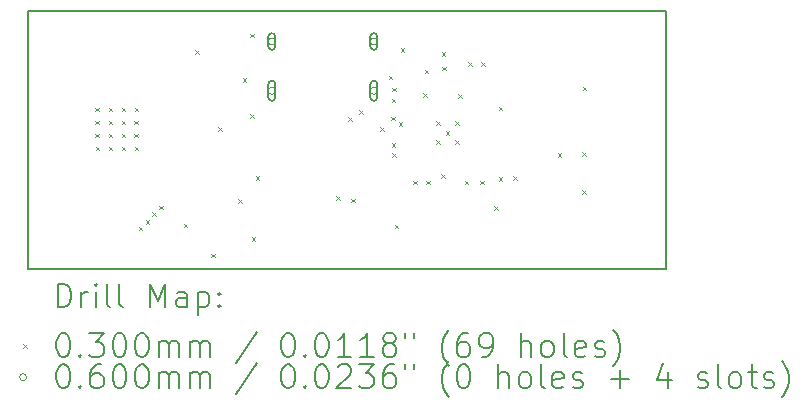
<source format=gbr>
%TF.GenerationSoftware,KiCad,Pcbnew,7.0.6-7.0.6~ubuntu23.04.1*%
%TF.CreationDate,2023-07-23T13:37:16+02:00*%
%TF.ProjectId,CoralWave,436f7261-6c57-4617-9665-2e6b69636164,rev?*%
%TF.SameCoordinates,Original*%
%TF.FileFunction,Drillmap*%
%TF.FilePolarity,Positive*%
%FSLAX45Y45*%
G04 Gerber Fmt 4.5, Leading zero omitted, Abs format (unit mm)*
G04 Created by KiCad (PCBNEW 7.0.6-7.0.6~ubuntu23.04.1) date 2023-07-23 13:37:16*
%MOMM*%
%LPD*%
G01*
G04 APERTURE LIST*
%ADD10C,0.200000*%
%ADD11C,0.030000*%
%ADD12C,0.060000*%
G04 APERTURE END LIST*
D10*
X9830000Y-4811000D02*
X15235000Y-4811000D01*
X15235000Y-6999000D01*
X9830000Y-6999000D01*
X9830000Y-4811000D01*
D11*
X10402000Y-5629000D02*
X10432000Y-5659000D01*
X10432000Y-5629000D02*
X10402000Y-5659000D01*
X10402000Y-5739000D02*
X10432000Y-5769000D01*
X10432000Y-5739000D02*
X10402000Y-5769000D01*
X10402000Y-5849000D02*
X10432000Y-5879000D01*
X10432000Y-5849000D02*
X10402000Y-5879000D01*
X10403000Y-5959000D02*
X10433000Y-5989000D01*
X10433000Y-5959000D02*
X10403000Y-5989000D01*
X10513000Y-5629000D02*
X10543000Y-5659000D01*
X10543000Y-5629000D02*
X10513000Y-5659000D01*
X10513000Y-5739000D02*
X10543000Y-5769000D01*
X10543000Y-5739000D02*
X10513000Y-5769000D01*
X10513000Y-5959000D02*
X10543000Y-5989000D01*
X10543000Y-5959000D02*
X10513000Y-5989000D01*
X10514000Y-5849000D02*
X10544000Y-5879000D01*
X10544000Y-5849000D02*
X10514000Y-5879000D01*
X10623000Y-5629000D02*
X10653000Y-5659000D01*
X10653000Y-5629000D02*
X10623000Y-5659000D01*
X10623000Y-5739000D02*
X10653000Y-5769000D01*
X10653000Y-5739000D02*
X10623000Y-5769000D01*
X10623000Y-5849000D02*
X10653000Y-5879000D01*
X10653000Y-5849000D02*
X10623000Y-5879000D01*
X10623000Y-5959000D02*
X10653000Y-5989000D01*
X10653000Y-5959000D02*
X10623000Y-5989000D01*
X10732000Y-5739000D02*
X10762000Y-5769000D01*
X10762000Y-5739000D02*
X10732000Y-5769000D01*
X10732000Y-5849000D02*
X10762000Y-5879000D01*
X10762000Y-5849000D02*
X10732000Y-5879000D01*
X10733000Y-5629000D02*
X10763000Y-5659000D01*
X10763000Y-5629000D02*
X10733000Y-5659000D01*
X10733000Y-5959000D02*
X10763000Y-5989000D01*
X10763000Y-5959000D02*
X10733000Y-5989000D01*
X10768000Y-6637600D02*
X10798000Y-6667600D01*
X10798000Y-6637600D02*
X10768000Y-6667600D01*
X10828000Y-6581300D02*
X10858000Y-6611300D01*
X10858000Y-6581300D02*
X10828000Y-6611300D01*
X10884300Y-6516600D02*
X10914300Y-6546600D01*
X10914300Y-6516600D02*
X10884300Y-6546600D01*
X10942000Y-6460300D02*
X10972000Y-6490300D01*
X10972000Y-6460300D02*
X10942000Y-6490300D01*
X11148000Y-6614000D02*
X11178000Y-6644000D01*
X11178000Y-6614000D02*
X11148000Y-6644000D01*
X11248000Y-5145000D02*
X11278000Y-5175000D01*
X11278000Y-5145000D02*
X11248000Y-5175000D01*
X11381000Y-6865000D02*
X11411000Y-6895000D01*
X11411000Y-6865000D02*
X11381000Y-6895000D01*
X11442000Y-5793900D02*
X11472000Y-5823900D01*
X11472000Y-5793900D02*
X11442000Y-5823900D01*
X11609000Y-6405000D02*
X11639000Y-6435000D01*
X11639000Y-6405000D02*
X11609000Y-6435000D01*
X11647000Y-5382000D02*
X11677000Y-5412000D01*
X11677000Y-5382000D02*
X11647000Y-5412000D01*
X11713000Y-5686000D02*
X11743000Y-5716000D01*
X11743000Y-5686000D02*
X11713000Y-5716000D01*
X11714000Y-5006000D02*
X11744000Y-5036000D01*
X11744000Y-5006000D02*
X11714000Y-5036000D01*
X11725000Y-6728000D02*
X11755000Y-6758000D01*
X11755000Y-6728000D02*
X11725000Y-6758000D01*
X11760000Y-6212000D02*
X11790000Y-6242000D01*
X11790000Y-6212000D02*
X11760000Y-6242000D01*
X12441000Y-6379000D02*
X12471000Y-6409000D01*
X12471000Y-6379000D02*
X12441000Y-6409000D01*
X12541857Y-5710544D02*
X12571857Y-5740544D01*
X12571857Y-5710544D02*
X12541857Y-5740544D01*
X12566000Y-6400000D02*
X12596000Y-6430000D01*
X12596000Y-6400000D02*
X12566000Y-6430000D01*
X12634200Y-5651000D02*
X12664200Y-5681000D01*
X12664200Y-5651000D02*
X12634200Y-5681000D01*
X12811000Y-5795960D02*
X12841000Y-5825960D01*
X12841000Y-5795960D02*
X12811000Y-5825960D01*
X12884000Y-5358000D02*
X12914000Y-5388000D01*
X12914000Y-5358000D02*
X12884000Y-5388000D01*
X12904856Y-5707420D02*
X12934856Y-5737420D01*
X12934856Y-5707420D02*
X12904856Y-5737420D01*
X12912000Y-5930000D02*
X12942000Y-5960000D01*
X12942000Y-5930000D02*
X12912000Y-5960000D01*
X12912310Y-5554310D02*
X12942310Y-5584310D01*
X12942310Y-5554310D02*
X12912310Y-5584310D01*
X12913000Y-5463000D02*
X12943000Y-5493000D01*
X12943000Y-5463000D02*
X12913000Y-5493000D01*
X12913000Y-6018000D02*
X12943000Y-6048000D01*
X12943000Y-6018000D02*
X12913000Y-6048000D01*
X12937000Y-6623000D02*
X12967000Y-6653000D01*
X12967000Y-6623000D02*
X12937000Y-6653000D01*
X12970000Y-5754000D02*
X13000000Y-5784000D01*
X13000000Y-5754000D02*
X12970000Y-5784000D01*
X12987000Y-5127000D02*
X13017000Y-5157000D01*
X13017000Y-5127000D02*
X12987000Y-5157000D01*
X13091350Y-6250000D02*
X13121350Y-6280000D01*
X13121350Y-6250000D02*
X13091350Y-6280000D01*
X13177000Y-5507000D02*
X13207000Y-5537000D01*
X13207000Y-5507000D02*
X13177000Y-5537000D01*
X13189500Y-5307500D02*
X13219500Y-5337500D01*
X13219500Y-5307500D02*
X13189500Y-5337500D01*
X13204000Y-6250000D02*
X13234000Y-6280000D01*
X13234000Y-6250000D02*
X13204000Y-6280000D01*
X13288000Y-5746000D02*
X13318000Y-5776000D01*
X13318000Y-5746000D02*
X13288000Y-5776000D01*
X13288000Y-5908000D02*
X13318000Y-5938000D01*
X13318000Y-5908000D02*
X13288000Y-5938000D01*
X13328764Y-6193700D02*
X13358764Y-6223700D01*
X13358764Y-6193700D02*
X13328764Y-6223700D01*
X13334000Y-5163000D02*
X13364000Y-5193000D01*
X13364000Y-5163000D02*
X13334000Y-5193000D01*
X13338000Y-5284000D02*
X13368000Y-5314000D01*
X13368000Y-5284000D02*
X13338000Y-5314000D01*
X13368000Y-5828000D02*
X13398000Y-5858000D01*
X13398000Y-5828000D02*
X13368000Y-5858000D01*
X13449000Y-5747000D02*
X13479000Y-5777000D01*
X13479000Y-5747000D02*
X13449000Y-5777000D01*
X13449000Y-5908000D02*
X13479000Y-5938000D01*
X13479000Y-5908000D02*
X13449000Y-5938000D01*
X13473210Y-5516000D02*
X13503210Y-5546000D01*
X13503210Y-5516000D02*
X13473210Y-5546000D01*
X13528700Y-6250000D02*
X13558700Y-6280000D01*
X13558700Y-6250000D02*
X13528700Y-6280000D01*
X13558000Y-5247000D02*
X13588000Y-5277000D01*
X13588000Y-5247000D02*
X13558000Y-5277000D01*
X13658000Y-6250000D02*
X13688000Y-6280000D01*
X13688000Y-6250000D02*
X13658000Y-6280000D01*
X13668000Y-5247000D02*
X13698000Y-5277000D01*
X13698000Y-5247000D02*
X13668000Y-5277000D01*
X13776000Y-6463000D02*
X13806000Y-6493000D01*
X13806000Y-6463000D02*
X13776000Y-6493000D01*
X13815000Y-6221000D02*
X13845000Y-6251000D01*
X13845000Y-6221000D02*
X13815000Y-6251000D01*
X13818000Y-5621000D02*
X13848000Y-5651000D01*
X13848000Y-5621000D02*
X13818000Y-5651000D01*
X13938000Y-6211000D02*
X13968000Y-6241000D01*
X13968000Y-6211000D02*
X13938000Y-6241000D01*
X14314000Y-6017000D02*
X14344000Y-6047000D01*
X14344000Y-6017000D02*
X14314000Y-6047000D01*
X14524000Y-6007000D02*
X14554000Y-6037000D01*
X14554000Y-6007000D02*
X14524000Y-6037000D01*
X14524000Y-6328000D02*
X14554000Y-6358000D01*
X14554000Y-6328000D02*
X14524000Y-6358000D01*
X14526000Y-5452000D02*
X14556000Y-5482000D01*
X14556000Y-5452000D02*
X14526000Y-5482000D01*
D12*
X11925000Y-5070000D02*
G75*
G03*
X11925000Y-5070000I-30000J0D01*
G01*
D10*
X11925000Y-5110000D02*
X11925000Y-5030000D01*
X11925000Y-5030000D02*
G75*
G03*
X11865000Y-5030000I-30000J0D01*
G01*
X11865000Y-5030000D02*
X11865000Y-5110000D01*
X11865000Y-5110000D02*
G75*
G03*
X11925000Y-5110000I30000J0D01*
G01*
D12*
X11925000Y-5488000D02*
G75*
G03*
X11925000Y-5488000I-30000J0D01*
G01*
D10*
X11925000Y-5543000D02*
X11925000Y-5433000D01*
X11925000Y-5433000D02*
G75*
G03*
X11865000Y-5433000I-30000J0D01*
G01*
X11865000Y-5433000D02*
X11865000Y-5543000D01*
X11865000Y-5543000D02*
G75*
G03*
X11925000Y-5543000I30000J0D01*
G01*
D12*
X12789000Y-5070000D02*
G75*
G03*
X12789000Y-5070000I-30000J0D01*
G01*
D10*
X12789000Y-5110000D02*
X12789000Y-5030000D01*
X12789000Y-5030000D02*
G75*
G03*
X12729000Y-5030000I-30000J0D01*
G01*
X12729000Y-5030000D02*
X12729000Y-5110000D01*
X12729000Y-5110000D02*
G75*
G03*
X12789000Y-5110000I30000J0D01*
G01*
D12*
X12789000Y-5488000D02*
G75*
G03*
X12789000Y-5488000I-30000J0D01*
G01*
D10*
X12789000Y-5543000D02*
X12789000Y-5433000D01*
X12789000Y-5433000D02*
G75*
G03*
X12729000Y-5433000I-30000J0D01*
G01*
X12729000Y-5433000D02*
X12729000Y-5543000D01*
X12729000Y-5543000D02*
G75*
G03*
X12789000Y-5543000I30000J0D01*
G01*
X10080777Y-7320484D02*
X10080777Y-7120484D01*
X10080777Y-7120484D02*
X10128396Y-7120484D01*
X10128396Y-7120484D02*
X10156967Y-7130008D01*
X10156967Y-7130008D02*
X10176015Y-7149055D01*
X10176015Y-7149055D02*
X10185539Y-7168103D01*
X10185539Y-7168103D02*
X10195063Y-7206198D01*
X10195063Y-7206198D02*
X10195063Y-7234769D01*
X10195063Y-7234769D02*
X10185539Y-7272865D01*
X10185539Y-7272865D02*
X10176015Y-7291912D01*
X10176015Y-7291912D02*
X10156967Y-7310960D01*
X10156967Y-7310960D02*
X10128396Y-7320484D01*
X10128396Y-7320484D02*
X10080777Y-7320484D01*
X10280777Y-7320484D02*
X10280777Y-7187150D01*
X10280777Y-7225246D02*
X10290301Y-7206198D01*
X10290301Y-7206198D02*
X10299824Y-7196674D01*
X10299824Y-7196674D02*
X10318872Y-7187150D01*
X10318872Y-7187150D02*
X10337920Y-7187150D01*
X10404586Y-7320484D02*
X10404586Y-7187150D01*
X10404586Y-7120484D02*
X10395063Y-7130008D01*
X10395063Y-7130008D02*
X10404586Y-7139531D01*
X10404586Y-7139531D02*
X10414110Y-7130008D01*
X10414110Y-7130008D02*
X10404586Y-7120484D01*
X10404586Y-7120484D02*
X10404586Y-7139531D01*
X10528396Y-7320484D02*
X10509348Y-7310960D01*
X10509348Y-7310960D02*
X10499824Y-7291912D01*
X10499824Y-7291912D02*
X10499824Y-7120484D01*
X10633158Y-7320484D02*
X10614110Y-7310960D01*
X10614110Y-7310960D02*
X10604586Y-7291912D01*
X10604586Y-7291912D02*
X10604586Y-7120484D01*
X10861729Y-7320484D02*
X10861729Y-7120484D01*
X10861729Y-7120484D02*
X10928396Y-7263341D01*
X10928396Y-7263341D02*
X10995063Y-7120484D01*
X10995063Y-7120484D02*
X10995063Y-7320484D01*
X11176015Y-7320484D02*
X11176015Y-7215722D01*
X11176015Y-7215722D02*
X11166491Y-7196674D01*
X11166491Y-7196674D02*
X11147444Y-7187150D01*
X11147444Y-7187150D02*
X11109348Y-7187150D01*
X11109348Y-7187150D02*
X11090301Y-7196674D01*
X11176015Y-7310960D02*
X11156967Y-7320484D01*
X11156967Y-7320484D02*
X11109348Y-7320484D01*
X11109348Y-7320484D02*
X11090301Y-7310960D01*
X11090301Y-7310960D02*
X11080777Y-7291912D01*
X11080777Y-7291912D02*
X11080777Y-7272865D01*
X11080777Y-7272865D02*
X11090301Y-7253817D01*
X11090301Y-7253817D02*
X11109348Y-7244293D01*
X11109348Y-7244293D02*
X11156967Y-7244293D01*
X11156967Y-7244293D02*
X11176015Y-7234769D01*
X11271253Y-7187150D02*
X11271253Y-7387150D01*
X11271253Y-7196674D02*
X11290301Y-7187150D01*
X11290301Y-7187150D02*
X11328396Y-7187150D01*
X11328396Y-7187150D02*
X11347443Y-7196674D01*
X11347443Y-7196674D02*
X11356967Y-7206198D01*
X11356967Y-7206198D02*
X11366491Y-7225246D01*
X11366491Y-7225246D02*
X11366491Y-7282388D01*
X11366491Y-7282388D02*
X11356967Y-7301436D01*
X11356967Y-7301436D02*
X11347443Y-7310960D01*
X11347443Y-7310960D02*
X11328396Y-7320484D01*
X11328396Y-7320484D02*
X11290301Y-7320484D01*
X11290301Y-7320484D02*
X11271253Y-7310960D01*
X11452205Y-7301436D02*
X11461729Y-7310960D01*
X11461729Y-7310960D02*
X11452205Y-7320484D01*
X11452205Y-7320484D02*
X11442682Y-7310960D01*
X11442682Y-7310960D02*
X11452205Y-7301436D01*
X11452205Y-7301436D02*
X11452205Y-7320484D01*
X11452205Y-7196674D02*
X11461729Y-7206198D01*
X11461729Y-7206198D02*
X11452205Y-7215722D01*
X11452205Y-7215722D02*
X11442682Y-7206198D01*
X11442682Y-7206198D02*
X11452205Y-7196674D01*
X11452205Y-7196674D02*
X11452205Y-7215722D01*
D11*
X9790000Y-7634000D02*
X9820000Y-7664000D01*
X9820000Y-7634000D02*
X9790000Y-7664000D01*
D10*
X10118872Y-7540484D02*
X10137920Y-7540484D01*
X10137920Y-7540484D02*
X10156967Y-7550008D01*
X10156967Y-7550008D02*
X10166491Y-7559531D01*
X10166491Y-7559531D02*
X10176015Y-7578579D01*
X10176015Y-7578579D02*
X10185539Y-7616674D01*
X10185539Y-7616674D02*
X10185539Y-7664293D01*
X10185539Y-7664293D02*
X10176015Y-7702388D01*
X10176015Y-7702388D02*
X10166491Y-7721436D01*
X10166491Y-7721436D02*
X10156967Y-7730960D01*
X10156967Y-7730960D02*
X10137920Y-7740484D01*
X10137920Y-7740484D02*
X10118872Y-7740484D01*
X10118872Y-7740484D02*
X10099824Y-7730960D01*
X10099824Y-7730960D02*
X10090301Y-7721436D01*
X10090301Y-7721436D02*
X10080777Y-7702388D01*
X10080777Y-7702388D02*
X10071253Y-7664293D01*
X10071253Y-7664293D02*
X10071253Y-7616674D01*
X10071253Y-7616674D02*
X10080777Y-7578579D01*
X10080777Y-7578579D02*
X10090301Y-7559531D01*
X10090301Y-7559531D02*
X10099824Y-7550008D01*
X10099824Y-7550008D02*
X10118872Y-7540484D01*
X10271253Y-7721436D02*
X10280777Y-7730960D01*
X10280777Y-7730960D02*
X10271253Y-7740484D01*
X10271253Y-7740484D02*
X10261729Y-7730960D01*
X10261729Y-7730960D02*
X10271253Y-7721436D01*
X10271253Y-7721436D02*
X10271253Y-7740484D01*
X10347444Y-7540484D02*
X10471253Y-7540484D01*
X10471253Y-7540484D02*
X10404586Y-7616674D01*
X10404586Y-7616674D02*
X10433158Y-7616674D01*
X10433158Y-7616674D02*
X10452205Y-7626198D01*
X10452205Y-7626198D02*
X10461729Y-7635722D01*
X10461729Y-7635722D02*
X10471253Y-7654769D01*
X10471253Y-7654769D02*
X10471253Y-7702388D01*
X10471253Y-7702388D02*
X10461729Y-7721436D01*
X10461729Y-7721436D02*
X10452205Y-7730960D01*
X10452205Y-7730960D02*
X10433158Y-7740484D01*
X10433158Y-7740484D02*
X10376015Y-7740484D01*
X10376015Y-7740484D02*
X10356967Y-7730960D01*
X10356967Y-7730960D02*
X10347444Y-7721436D01*
X10595063Y-7540484D02*
X10614110Y-7540484D01*
X10614110Y-7540484D02*
X10633158Y-7550008D01*
X10633158Y-7550008D02*
X10642682Y-7559531D01*
X10642682Y-7559531D02*
X10652205Y-7578579D01*
X10652205Y-7578579D02*
X10661729Y-7616674D01*
X10661729Y-7616674D02*
X10661729Y-7664293D01*
X10661729Y-7664293D02*
X10652205Y-7702388D01*
X10652205Y-7702388D02*
X10642682Y-7721436D01*
X10642682Y-7721436D02*
X10633158Y-7730960D01*
X10633158Y-7730960D02*
X10614110Y-7740484D01*
X10614110Y-7740484D02*
X10595063Y-7740484D01*
X10595063Y-7740484D02*
X10576015Y-7730960D01*
X10576015Y-7730960D02*
X10566491Y-7721436D01*
X10566491Y-7721436D02*
X10556967Y-7702388D01*
X10556967Y-7702388D02*
X10547444Y-7664293D01*
X10547444Y-7664293D02*
X10547444Y-7616674D01*
X10547444Y-7616674D02*
X10556967Y-7578579D01*
X10556967Y-7578579D02*
X10566491Y-7559531D01*
X10566491Y-7559531D02*
X10576015Y-7550008D01*
X10576015Y-7550008D02*
X10595063Y-7540484D01*
X10785539Y-7540484D02*
X10804586Y-7540484D01*
X10804586Y-7540484D02*
X10823634Y-7550008D01*
X10823634Y-7550008D02*
X10833158Y-7559531D01*
X10833158Y-7559531D02*
X10842682Y-7578579D01*
X10842682Y-7578579D02*
X10852205Y-7616674D01*
X10852205Y-7616674D02*
X10852205Y-7664293D01*
X10852205Y-7664293D02*
X10842682Y-7702388D01*
X10842682Y-7702388D02*
X10833158Y-7721436D01*
X10833158Y-7721436D02*
X10823634Y-7730960D01*
X10823634Y-7730960D02*
X10804586Y-7740484D01*
X10804586Y-7740484D02*
X10785539Y-7740484D01*
X10785539Y-7740484D02*
X10766491Y-7730960D01*
X10766491Y-7730960D02*
X10756967Y-7721436D01*
X10756967Y-7721436D02*
X10747444Y-7702388D01*
X10747444Y-7702388D02*
X10737920Y-7664293D01*
X10737920Y-7664293D02*
X10737920Y-7616674D01*
X10737920Y-7616674D02*
X10747444Y-7578579D01*
X10747444Y-7578579D02*
X10756967Y-7559531D01*
X10756967Y-7559531D02*
X10766491Y-7550008D01*
X10766491Y-7550008D02*
X10785539Y-7540484D01*
X10937920Y-7740484D02*
X10937920Y-7607150D01*
X10937920Y-7626198D02*
X10947444Y-7616674D01*
X10947444Y-7616674D02*
X10966491Y-7607150D01*
X10966491Y-7607150D02*
X10995063Y-7607150D01*
X10995063Y-7607150D02*
X11014110Y-7616674D01*
X11014110Y-7616674D02*
X11023634Y-7635722D01*
X11023634Y-7635722D02*
X11023634Y-7740484D01*
X11023634Y-7635722D02*
X11033158Y-7616674D01*
X11033158Y-7616674D02*
X11052205Y-7607150D01*
X11052205Y-7607150D02*
X11080777Y-7607150D01*
X11080777Y-7607150D02*
X11099825Y-7616674D01*
X11099825Y-7616674D02*
X11109348Y-7635722D01*
X11109348Y-7635722D02*
X11109348Y-7740484D01*
X11204586Y-7740484D02*
X11204586Y-7607150D01*
X11204586Y-7626198D02*
X11214110Y-7616674D01*
X11214110Y-7616674D02*
X11233158Y-7607150D01*
X11233158Y-7607150D02*
X11261729Y-7607150D01*
X11261729Y-7607150D02*
X11280777Y-7616674D01*
X11280777Y-7616674D02*
X11290301Y-7635722D01*
X11290301Y-7635722D02*
X11290301Y-7740484D01*
X11290301Y-7635722D02*
X11299824Y-7616674D01*
X11299824Y-7616674D02*
X11318872Y-7607150D01*
X11318872Y-7607150D02*
X11347443Y-7607150D01*
X11347443Y-7607150D02*
X11366491Y-7616674D01*
X11366491Y-7616674D02*
X11376015Y-7635722D01*
X11376015Y-7635722D02*
X11376015Y-7740484D01*
X11766491Y-7530960D02*
X11595063Y-7788103D01*
X12023634Y-7540484D02*
X12042682Y-7540484D01*
X12042682Y-7540484D02*
X12061729Y-7550008D01*
X12061729Y-7550008D02*
X12071253Y-7559531D01*
X12071253Y-7559531D02*
X12080777Y-7578579D01*
X12080777Y-7578579D02*
X12090301Y-7616674D01*
X12090301Y-7616674D02*
X12090301Y-7664293D01*
X12090301Y-7664293D02*
X12080777Y-7702388D01*
X12080777Y-7702388D02*
X12071253Y-7721436D01*
X12071253Y-7721436D02*
X12061729Y-7730960D01*
X12061729Y-7730960D02*
X12042682Y-7740484D01*
X12042682Y-7740484D02*
X12023634Y-7740484D01*
X12023634Y-7740484D02*
X12004586Y-7730960D01*
X12004586Y-7730960D02*
X11995063Y-7721436D01*
X11995063Y-7721436D02*
X11985539Y-7702388D01*
X11985539Y-7702388D02*
X11976015Y-7664293D01*
X11976015Y-7664293D02*
X11976015Y-7616674D01*
X11976015Y-7616674D02*
X11985539Y-7578579D01*
X11985539Y-7578579D02*
X11995063Y-7559531D01*
X11995063Y-7559531D02*
X12004586Y-7550008D01*
X12004586Y-7550008D02*
X12023634Y-7540484D01*
X12176015Y-7721436D02*
X12185539Y-7730960D01*
X12185539Y-7730960D02*
X12176015Y-7740484D01*
X12176015Y-7740484D02*
X12166491Y-7730960D01*
X12166491Y-7730960D02*
X12176015Y-7721436D01*
X12176015Y-7721436D02*
X12176015Y-7740484D01*
X12309348Y-7540484D02*
X12328396Y-7540484D01*
X12328396Y-7540484D02*
X12347444Y-7550008D01*
X12347444Y-7550008D02*
X12356967Y-7559531D01*
X12356967Y-7559531D02*
X12366491Y-7578579D01*
X12366491Y-7578579D02*
X12376015Y-7616674D01*
X12376015Y-7616674D02*
X12376015Y-7664293D01*
X12376015Y-7664293D02*
X12366491Y-7702388D01*
X12366491Y-7702388D02*
X12356967Y-7721436D01*
X12356967Y-7721436D02*
X12347444Y-7730960D01*
X12347444Y-7730960D02*
X12328396Y-7740484D01*
X12328396Y-7740484D02*
X12309348Y-7740484D01*
X12309348Y-7740484D02*
X12290301Y-7730960D01*
X12290301Y-7730960D02*
X12280777Y-7721436D01*
X12280777Y-7721436D02*
X12271253Y-7702388D01*
X12271253Y-7702388D02*
X12261729Y-7664293D01*
X12261729Y-7664293D02*
X12261729Y-7616674D01*
X12261729Y-7616674D02*
X12271253Y-7578579D01*
X12271253Y-7578579D02*
X12280777Y-7559531D01*
X12280777Y-7559531D02*
X12290301Y-7550008D01*
X12290301Y-7550008D02*
X12309348Y-7540484D01*
X12566491Y-7740484D02*
X12452206Y-7740484D01*
X12509348Y-7740484D02*
X12509348Y-7540484D01*
X12509348Y-7540484D02*
X12490301Y-7569055D01*
X12490301Y-7569055D02*
X12471253Y-7588103D01*
X12471253Y-7588103D02*
X12452206Y-7597627D01*
X12756967Y-7740484D02*
X12642682Y-7740484D01*
X12699825Y-7740484D02*
X12699825Y-7540484D01*
X12699825Y-7540484D02*
X12680777Y-7569055D01*
X12680777Y-7569055D02*
X12661729Y-7588103D01*
X12661729Y-7588103D02*
X12642682Y-7597627D01*
X12871253Y-7626198D02*
X12852206Y-7616674D01*
X12852206Y-7616674D02*
X12842682Y-7607150D01*
X12842682Y-7607150D02*
X12833158Y-7588103D01*
X12833158Y-7588103D02*
X12833158Y-7578579D01*
X12833158Y-7578579D02*
X12842682Y-7559531D01*
X12842682Y-7559531D02*
X12852206Y-7550008D01*
X12852206Y-7550008D02*
X12871253Y-7540484D01*
X12871253Y-7540484D02*
X12909348Y-7540484D01*
X12909348Y-7540484D02*
X12928396Y-7550008D01*
X12928396Y-7550008D02*
X12937920Y-7559531D01*
X12937920Y-7559531D02*
X12947444Y-7578579D01*
X12947444Y-7578579D02*
X12947444Y-7588103D01*
X12947444Y-7588103D02*
X12937920Y-7607150D01*
X12937920Y-7607150D02*
X12928396Y-7616674D01*
X12928396Y-7616674D02*
X12909348Y-7626198D01*
X12909348Y-7626198D02*
X12871253Y-7626198D01*
X12871253Y-7626198D02*
X12852206Y-7635722D01*
X12852206Y-7635722D02*
X12842682Y-7645246D01*
X12842682Y-7645246D02*
X12833158Y-7664293D01*
X12833158Y-7664293D02*
X12833158Y-7702388D01*
X12833158Y-7702388D02*
X12842682Y-7721436D01*
X12842682Y-7721436D02*
X12852206Y-7730960D01*
X12852206Y-7730960D02*
X12871253Y-7740484D01*
X12871253Y-7740484D02*
X12909348Y-7740484D01*
X12909348Y-7740484D02*
X12928396Y-7730960D01*
X12928396Y-7730960D02*
X12937920Y-7721436D01*
X12937920Y-7721436D02*
X12947444Y-7702388D01*
X12947444Y-7702388D02*
X12947444Y-7664293D01*
X12947444Y-7664293D02*
X12937920Y-7645246D01*
X12937920Y-7645246D02*
X12928396Y-7635722D01*
X12928396Y-7635722D02*
X12909348Y-7626198D01*
X13023634Y-7540484D02*
X13023634Y-7578579D01*
X13099825Y-7540484D02*
X13099825Y-7578579D01*
X13395063Y-7816674D02*
X13385539Y-7807150D01*
X13385539Y-7807150D02*
X13366491Y-7778579D01*
X13366491Y-7778579D02*
X13356968Y-7759531D01*
X13356968Y-7759531D02*
X13347444Y-7730960D01*
X13347444Y-7730960D02*
X13337920Y-7683341D01*
X13337920Y-7683341D02*
X13337920Y-7645246D01*
X13337920Y-7645246D02*
X13347444Y-7597627D01*
X13347444Y-7597627D02*
X13356968Y-7569055D01*
X13356968Y-7569055D02*
X13366491Y-7550008D01*
X13366491Y-7550008D02*
X13385539Y-7521436D01*
X13385539Y-7521436D02*
X13395063Y-7511912D01*
X13556968Y-7540484D02*
X13518872Y-7540484D01*
X13518872Y-7540484D02*
X13499825Y-7550008D01*
X13499825Y-7550008D02*
X13490301Y-7559531D01*
X13490301Y-7559531D02*
X13471253Y-7588103D01*
X13471253Y-7588103D02*
X13461729Y-7626198D01*
X13461729Y-7626198D02*
X13461729Y-7702388D01*
X13461729Y-7702388D02*
X13471253Y-7721436D01*
X13471253Y-7721436D02*
X13480777Y-7730960D01*
X13480777Y-7730960D02*
X13499825Y-7740484D01*
X13499825Y-7740484D02*
X13537920Y-7740484D01*
X13537920Y-7740484D02*
X13556968Y-7730960D01*
X13556968Y-7730960D02*
X13566491Y-7721436D01*
X13566491Y-7721436D02*
X13576015Y-7702388D01*
X13576015Y-7702388D02*
X13576015Y-7654769D01*
X13576015Y-7654769D02*
X13566491Y-7635722D01*
X13566491Y-7635722D02*
X13556968Y-7626198D01*
X13556968Y-7626198D02*
X13537920Y-7616674D01*
X13537920Y-7616674D02*
X13499825Y-7616674D01*
X13499825Y-7616674D02*
X13480777Y-7626198D01*
X13480777Y-7626198D02*
X13471253Y-7635722D01*
X13471253Y-7635722D02*
X13461729Y-7654769D01*
X13671253Y-7740484D02*
X13709348Y-7740484D01*
X13709348Y-7740484D02*
X13728396Y-7730960D01*
X13728396Y-7730960D02*
X13737920Y-7721436D01*
X13737920Y-7721436D02*
X13756968Y-7692865D01*
X13756968Y-7692865D02*
X13766491Y-7654769D01*
X13766491Y-7654769D02*
X13766491Y-7578579D01*
X13766491Y-7578579D02*
X13756968Y-7559531D01*
X13756968Y-7559531D02*
X13747444Y-7550008D01*
X13747444Y-7550008D02*
X13728396Y-7540484D01*
X13728396Y-7540484D02*
X13690301Y-7540484D01*
X13690301Y-7540484D02*
X13671253Y-7550008D01*
X13671253Y-7550008D02*
X13661729Y-7559531D01*
X13661729Y-7559531D02*
X13652206Y-7578579D01*
X13652206Y-7578579D02*
X13652206Y-7626198D01*
X13652206Y-7626198D02*
X13661729Y-7645246D01*
X13661729Y-7645246D02*
X13671253Y-7654769D01*
X13671253Y-7654769D02*
X13690301Y-7664293D01*
X13690301Y-7664293D02*
X13728396Y-7664293D01*
X13728396Y-7664293D02*
X13747444Y-7654769D01*
X13747444Y-7654769D02*
X13756968Y-7645246D01*
X13756968Y-7645246D02*
X13766491Y-7626198D01*
X14004587Y-7740484D02*
X14004587Y-7540484D01*
X14090301Y-7740484D02*
X14090301Y-7635722D01*
X14090301Y-7635722D02*
X14080777Y-7616674D01*
X14080777Y-7616674D02*
X14061730Y-7607150D01*
X14061730Y-7607150D02*
X14033158Y-7607150D01*
X14033158Y-7607150D02*
X14014110Y-7616674D01*
X14014110Y-7616674D02*
X14004587Y-7626198D01*
X14214110Y-7740484D02*
X14195063Y-7730960D01*
X14195063Y-7730960D02*
X14185539Y-7721436D01*
X14185539Y-7721436D02*
X14176015Y-7702388D01*
X14176015Y-7702388D02*
X14176015Y-7645246D01*
X14176015Y-7645246D02*
X14185539Y-7626198D01*
X14185539Y-7626198D02*
X14195063Y-7616674D01*
X14195063Y-7616674D02*
X14214110Y-7607150D01*
X14214110Y-7607150D02*
X14242682Y-7607150D01*
X14242682Y-7607150D02*
X14261730Y-7616674D01*
X14261730Y-7616674D02*
X14271253Y-7626198D01*
X14271253Y-7626198D02*
X14280777Y-7645246D01*
X14280777Y-7645246D02*
X14280777Y-7702388D01*
X14280777Y-7702388D02*
X14271253Y-7721436D01*
X14271253Y-7721436D02*
X14261730Y-7730960D01*
X14261730Y-7730960D02*
X14242682Y-7740484D01*
X14242682Y-7740484D02*
X14214110Y-7740484D01*
X14395063Y-7740484D02*
X14376015Y-7730960D01*
X14376015Y-7730960D02*
X14366491Y-7711912D01*
X14366491Y-7711912D02*
X14366491Y-7540484D01*
X14547444Y-7730960D02*
X14528396Y-7740484D01*
X14528396Y-7740484D02*
X14490301Y-7740484D01*
X14490301Y-7740484D02*
X14471253Y-7730960D01*
X14471253Y-7730960D02*
X14461730Y-7711912D01*
X14461730Y-7711912D02*
X14461730Y-7635722D01*
X14461730Y-7635722D02*
X14471253Y-7616674D01*
X14471253Y-7616674D02*
X14490301Y-7607150D01*
X14490301Y-7607150D02*
X14528396Y-7607150D01*
X14528396Y-7607150D02*
X14547444Y-7616674D01*
X14547444Y-7616674D02*
X14556968Y-7635722D01*
X14556968Y-7635722D02*
X14556968Y-7654769D01*
X14556968Y-7654769D02*
X14461730Y-7673817D01*
X14633158Y-7730960D02*
X14652206Y-7740484D01*
X14652206Y-7740484D02*
X14690301Y-7740484D01*
X14690301Y-7740484D02*
X14709349Y-7730960D01*
X14709349Y-7730960D02*
X14718872Y-7711912D01*
X14718872Y-7711912D02*
X14718872Y-7702388D01*
X14718872Y-7702388D02*
X14709349Y-7683341D01*
X14709349Y-7683341D02*
X14690301Y-7673817D01*
X14690301Y-7673817D02*
X14661730Y-7673817D01*
X14661730Y-7673817D02*
X14642682Y-7664293D01*
X14642682Y-7664293D02*
X14633158Y-7645246D01*
X14633158Y-7645246D02*
X14633158Y-7635722D01*
X14633158Y-7635722D02*
X14642682Y-7616674D01*
X14642682Y-7616674D02*
X14661730Y-7607150D01*
X14661730Y-7607150D02*
X14690301Y-7607150D01*
X14690301Y-7607150D02*
X14709349Y-7616674D01*
X14785539Y-7816674D02*
X14795063Y-7807150D01*
X14795063Y-7807150D02*
X14814111Y-7778579D01*
X14814111Y-7778579D02*
X14823634Y-7759531D01*
X14823634Y-7759531D02*
X14833158Y-7730960D01*
X14833158Y-7730960D02*
X14842682Y-7683341D01*
X14842682Y-7683341D02*
X14842682Y-7645246D01*
X14842682Y-7645246D02*
X14833158Y-7597627D01*
X14833158Y-7597627D02*
X14823634Y-7569055D01*
X14823634Y-7569055D02*
X14814111Y-7550008D01*
X14814111Y-7550008D02*
X14795063Y-7521436D01*
X14795063Y-7521436D02*
X14785539Y-7511912D01*
D12*
X9820000Y-7913000D02*
G75*
G03*
X9820000Y-7913000I-30000J0D01*
G01*
D10*
X10118872Y-7804484D02*
X10137920Y-7804484D01*
X10137920Y-7804484D02*
X10156967Y-7814008D01*
X10156967Y-7814008D02*
X10166491Y-7823531D01*
X10166491Y-7823531D02*
X10176015Y-7842579D01*
X10176015Y-7842579D02*
X10185539Y-7880674D01*
X10185539Y-7880674D02*
X10185539Y-7928293D01*
X10185539Y-7928293D02*
X10176015Y-7966388D01*
X10176015Y-7966388D02*
X10166491Y-7985436D01*
X10166491Y-7985436D02*
X10156967Y-7994960D01*
X10156967Y-7994960D02*
X10137920Y-8004484D01*
X10137920Y-8004484D02*
X10118872Y-8004484D01*
X10118872Y-8004484D02*
X10099824Y-7994960D01*
X10099824Y-7994960D02*
X10090301Y-7985436D01*
X10090301Y-7985436D02*
X10080777Y-7966388D01*
X10080777Y-7966388D02*
X10071253Y-7928293D01*
X10071253Y-7928293D02*
X10071253Y-7880674D01*
X10071253Y-7880674D02*
X10080777Y-7842579D01*
X10080777Y-7842579D02*
X10090301Y-7823531D01*
X10090301Y-7823531D02*
X10099824Y-7814008D01*
X10099824Y-7814008D02*
X10118872Y-7804484D01*
X10271253Y-7985436D02*
X10280777Y-7994960D01*
X10280777Y-7994960D02*
X10271253Y-8004484D01*
X10271253Y-8004484D02*
X10261729Y-7994960D01*
X10261729Y-7994960D02*
X10271253Y-7985436D01*
X10271253Y-7985436D02*
X10271253Y-8004484D01*
X10452205Y-7804484D02*
X10414110Y-7804484D01*
X10414110Y-7804484D02*
X10395063Y-7814008D01*
X10395063Y-7814008D02*
X10385539Y-7823531D01*
X10385539Y-7823531D02*
X10366491Y-7852103D01*
X10366491Y-7852103D02*
X10356967Y-7890198D01*
X10356967Y-7890198D02*
X10356967Y-7966388D01*
X10356967Y-7966388D02*
X10366491Y-7985436D01*
X10366491Y-7985436D02*
X10376015Y-7994960D01*
X10376015Y-7994960D02*
X10395063Y-8004484D01*
X10395063Y-8004484D02*
X10433158Y-8004484D01*
X10433158Y-8004484D02*
X10452205Y-7994960D01*
X10452205Y-7994960D02*
X10461729Y-7985436D01*
X10461729Y-7985436D02*
X10471253Y-7966388D01*
X10471253Y-7966388D02*
X10471253Y-7918769D01*
X10471253Y-7918769D02*
X10461729Y-7899722D01*
X10461729Y-7899722D02*
X10452205Y-7890198D01*
X10452205Y-7890198D02*
X10433158Y-7880674D01*
X10433158Y-7880674D02*
X10395063Y-7880674D01*
X10395063Y-7880674D02*
X10376015Y-7890198D01*
X10376015Y-7890198D02*
X10366491Y-7899722D01*
X10366491Y-7899722D02*
X10356967Y-7918769D01*
X10595063Y-7804484D02*
X10614110Y-7804484D01*
X10614110Y-7804484D02*
X10633158Y-7814008D01*
X10633158Y-7814008D02*
X10642682Y-7823531D01*
X10642682Y-7823531D02*
X10652205Y-7842579D01*
X10652205Y-7842579D02*
X10661729Y-7880674D01*
X10661729Y-7880674D02*
X10661729Y-7928293D01*
X10661729Y-7928293D02*
X10652205Y-7966388D01*
X10652205Y-7966388D02*
X10642682Y-7985436D01*
X10642682Y-7985436D02*
X10633158Y-7994960D01*
X10633158Y-7994960D02*
X10614110Y-8004484D01*
X10614110Y-8004484D02*
X10595063Y-8004484D01*
X10595063Y-8004484D02*
X10576015Y-7994960D01*
X10576015Y-7994960D02*
X10566491Y-7985436D01*
X10566491Y-7985436D02*
X10556967Y-7966388D01*
X10556967Y-7966388D02*
X10547444Y-7928293D01*
X10547444Y-7928293D02*
X10547444Y-7880674D01*
X10547444Y-7880674D02*
X10556967Y-7842579D01*
X10556967Y-7842579D02*
X10566491Y-7823531D01*
X10566491Y-7823531D02*
X10576015Y-7814008D01*
X10576015Y-7814008D02*
X10595063Y-7804484D01*
X10785539Y-7804484D02*
X10804586Y-7804484D01*
X10804586Y-7804484D02*
X10823634Y-7814008D01*
X10823634Y-7814008D02*
X10833158Y-7823531D01*
X10833158Y-7823531D02*
X10842682Y-7842579D01*
X10842682Y-7842579D02*
X10852205Y-7880674D01*
X10852205Y-7880674D02*
X10852205Y-7928293D01*
X10852205Y-7928293D02*
X10842682Y-7966388D01*
X10842682Y-7966388D02*
X10833158Y-7985436D01*
X10833158Y-7985436D02*
X10823634Y-7994960D01*
X10823634Y-7994960D02*
X10804586Y-8004484D01*
X10804586Y-8004484D02*
X10785539Y-8004484D01*
X10785539Y-8004484D02*
X10766491Y-7994960D01*
X10766491Y-7994960D02*
X10756967Y-7985436D01*
X10756967Y-7985436D02*
X10747444Y-7966388D01*
X10747444Y-7966388D02*
X10737920Y-7928293D01*
X10737920Y-7928293D02*
X10737920Y-7880674D01*
X10737920Y-7880674D02*
X10747444Y-7842579D01*
X10747444Y-7842579D02*
X10756967Y-7823531D01*
X10756967Y-7823531D02*
X10766491Y-7814008D01*
X10766491Y-7814008D02*
X10785539Y-7804484D01*
X10937920Y-8004484D02*
X10937920Y-7871150D01*
X10937920Y-7890198D02*
X10947444Y-7880674D01*
X10947444Y-7880674D02*
X10966491Y-7871150D01*
X10966491Y-7871150D02*
X10995063Y-7871150D01*
X10995063Y-7871150D02*
X11014110Y-7880674D01*
X11014110Y-7880674D02*
X11023634Y-7899722D01*
X11023634Y-7899722D02*
X11023634Y-8004484D01*
X11023634Y-7899722D02*
X11033158Y-7880674D01*
X11033158Y-7880674D02*
X11052205Y-7871150D01*
X11052205Y-7871150D02*
X11080777Y-7871150D01*
X11080777Y-7871150D02*
X11099825Y-7880674D01*
X11099825Y-7880674D02*
X11109348Y-7899722D01*
X11109348Y-7899722D02*
X11109348Y-8004484D01*
X11204586Y-8004484D02*
X11204586Y-7871150D01*
X11204586Y-7890198D02*
X11214110Y-7880674D01*
X11214110Y-7880674D02*
X11233158Y-7871150D01*
X11233158Y-7871150D02*
X11261729Y-7871150D01*
X11261729Y-7871150D02*
X11280777Y-7880674D01*
X11280777Y-7880674D02*
X11290301Y-7899722D01*
X11290301Y-7899722D02*
X11290301Y-8004484D01*
X11290301Y-7899722D02*
X11299824Y-7880674D01*
X11299824Y-7880674D02*
X11318872Y-7871150D01*
X11318872Y-7871150D02*
X11347443Y-7871150D01*
X11347443Y-7871150D02*
X11366491Y-7880674D01*
X11366491Y-7880674D02*
X11376015Y-7899722D01*
X11376015Y-7899722D02*
X11376015Y-8004484D01*
X11766491Y-7794960D02*
X11595063Y-8052103D01*
X12023634Y-7804484D02*
X12042682Y-7804484D01*
X12042682Y-7804484D02*
X12061729Y-7814008D01*
X12061729Y-7814008D02*
X12071253Y-7823531D01*
X12071253Y-7823531D02*
X12080777Y-7842579D01*
X12080777Y-7842579D02*
X12090301Y-7880674D01*
X12090301Y-7880674D02*
X12090301Y-7928293D01*
X12090301Y-7928293D02*
X12080777Y-7966388D01*
X12080777Y-7966388D02*
X12071253Y-7985436D01*
X12071253Y-7985436D02*
X12061729Y-7994960D01*
X12061729Y-7994960D02*
X12042682Y-8004484D01*
X12042682Y-8004484D02*
X12023634Y-8004484D01*
X12023634Y-8004484D02*
X12004586Y-7994960D01*
X12004586Y-7994960D02*
X11995063Y-7985436D01*
X11995063Y-7985436D02*
X11985539Y-7966388D01*
X11985539Y-7966388D02*
X11976015Y-7928293D01*
X11976015Y-7928293D02*
X11976015Y-7880674D01*
X11976015Y-7880674D02*
X11985539Y-7842579D01*
X11985539Y-7842579D02*
X11995063Y-7823531D01*
X11995063Y-7823531D02*
X12004586Y-7814008D01*
X12004586Y-7814008D02*
X12023634Y-7804484D01*
X12176015Y-7985436D02*
X12185539Y-7994960D01*
X12185539Y-7994960D02*
X12176015Y-8004484D01*
X12176015Y-8004484D02*
X12166491Y-7994960D01*
X12166491Y-7994960D02*
X12176015Y-7985436D01*
X12176015Y-7985436D02*
X12176015Y-8004484D01*
X12309348Y-7804484D02*
X12328396Y-7804484D01*
X12328396Y-7804484D02*
X12347444Y-7814008D01*
X12347444Y-7814008D02*
X12356967Y-7823531D01*
X12356967Y-7823531D02*
X12366491Y-7842579D01*
X12366491Y-7842579D02*
X12376015Y-7880674D01*
X12376015Y-7880674D02*
X12376015Y-7928293D01*
X12376015Y-7928293D02*
X12366491Y-7966388D01*
X12366491Y-7966388D02*
X12356967Y-7985436D01*
X12356967Y-7985436D02*
X12347444Y-7994960D01*
X12347444Y-7994960D02*
X12328396Y-8004484D01*
X12328396Y-8004484D02*
X12309348Y-8004484D01*
X12309348Y-8004484D02*
X12290301Y-7994960D01*
X12290301Y-7994960D02*
X12280777Y-7985436D01*
X12280777Y-7985436D02*
X12271253Y-7966388D01*
X12271253Y-7966388D02*
X12261729Y-7928293D01*
X12261729Y-7928293D02*
X12261729Y-7880674D01*
X12261729Y-7880674D02*
X12271253Y-7842579D01*
X12271253Y-7842579D02*
X12280777Y-7823531D01*
X12280777Y-7823531D02*
X12290301Y-7814008D01*
X12290301Y-7814008D02*
X12309348Y-7804484D01*
X12452206Y-7823531D02*
X12461729Y-7814008D01*
X12461729Y-7814008D02*
X12480777Y-7804484D01*
X12480777Y-7804484D02*
X12528396Y-7804484D01*
X12528396Y-7804484D02*
X12547444Y-7814008D01*
X12547444Y-7814008D02*
X12556967Y-7823531D01*
X12556967Y-7823531D02*
X12566491Y-7842579D01*
X12566491Y-7842579D02*
X12566491Y-7861627D01*
X12566491Y-7861627D02*
X12556967Y-7890198D01*
X12556967Y-7890198D02*
X12442682Y-8004484D01*
X12442682Y-8004484D02*
X12566491Y-8004484D01*
X12633158Y-7804484D02*
X12756967Y-7804484D01*
X12756967Y-7804484D02*
X12690301Y-7880674D01*
X12690301Y-7880674D02*
X12718872Y-7880674D01*
X12718872Y-7880674D02*
X12737920Y-7890198D01*
X12737920Y-7890198D02*
X12747444Y-7899722D01*
X12747444Y-7899722D02*
X12756967Y-7918769D01*
X12756967Y-7918769D02*
X12756967Y-7966388D01*
X12756967Y-7966388D02*
X12747444Y-7985436D01*
X12747444Y-7985436D02*
X12737920Y-7994960D01*
X12737920Y-7994960D02*
X12718872Y-8004484D01*
X12718872Y-8004484D02*
X12661729Y-8004484D01*
X12661729Y-8004484D02*
X12642682Y-7994960D01*
X12642682Y-7994960D02*
X12633158Y-7985436D01*
X12928396Y-7804484D02*
X12890301Y-7804484D01*
X12890301Y-7804484D02*
X12871253Y-7814008D01*
X12871253Y-7814008D02*
X12861729Y-7823531D01*
X12861729Y-7823531D02*
X12842682Y-7852103D01*
X12842682Y-7852103D02*
X12833158Y-7890198D01*
X12833158Y-7890198D02*
X12833158Y-7966388D01*
X12833158Y-7966388D02*
X12842682Y-7985436D01*
X12842682Y-7985436D02*
X12852206Y-7994960D01*
X12852206Y-7994960D02*
X12871253Y-8004484D01*
X12871253Y-8004484D02*
X12909348Y-8004484D01*
X12909348Y-8004484D02*
X12928396Y-7994960D01*
X12928396Y-7994960D02*
X12937920Y-7985436D01*
X12937920Y-7985436D02*
X12947444Y-7966388D01*
X12947444Y-7966388D02*
X12947444Y-7918769D01*
X12947444Y-7918769D02*
X12937920Y-7899722D01*
X12937920Y-7899722D02*
X12928396Y-7890198D01*
X12928396Y-7890198D02*
X12909348Y-7880674D01*
X12909348Y-7880674D02*
X12871253Y-7880674D01*
X12871253Y-7880674D02*
X12852206Y-7890198D01*
X12852206Y-7890198D02*
X12842682Y-7899722D01*
X12842682Y-7899722D02*
X12833158Y-7918769D01*
X13023634Y-7804484D02*
X13023634Y-7842579D01*
X13099825Y-7804484D02*
X13099825Y-7842579D01*
X13395063Y-8080674D02*
X13385539Y-8071150D01*
X13385539Y-8071150D02*
X13366491Y-8042579D01*
X13366491Y-8042579D02*
X13356968Y-8023531D01*
X13356968Y-8023531D02*
X13347444Y-7994960D01*
X13347444Y-7994960D02*
X13337920Y-7947341D01*
X13337920Y-7947341D02*
X13337920Y-7909246D01*
X13337920Y-7909246D02*
X13347444Y-7861627D01*
X13347444Y-7861627D02*
X13356968Y-7833055D01*
X13356968Y-7833055D02*
X13366491Y-7814008D01*
X13366491Y-7814008D02*
X13385539Y-7785436D01*
X13385539Y-7785436D02*
X13395063Y-7775912D01*
X13509348Y-7804484D02*
X13528396Y-7804484D01*
X13528396Y-7804484D02*
X13547444Y-7814008D01*
X13547444Y-7814008D02*
X13556968Y-7823531D01*
X13556968Y-7823531D02*
X13566491Y-7842579D01*
X13566491Y-7842579D02*
X13576015Y-7880674D01*
X13576015Y-7880674D02*
X13576015Y-7928293D01*
X13576015Y-7928293D02*
X13566491Y-7966388D01*
X13566491Y-7966388D02*
X13556968Y-7985436D01*
X13556968Y-7985436D02*
X13547444Y-7994960D01*
X13547444Y-7994960D02*
X13528396Y-8004484D01*
X13528396Y-8004484D02*
X13509348Y-8004484D01*
X13509348Y-8004484D02*
X13490301Y-7994960D01*
X13490301Y-7994960D02*
X13480777Y-7985436D01*
X13480777Y-7985436D02*
X13471253Y-7966388D01*
X13471253Y-7966388D02*
X13461729Y-7928293D01*
X13461729Y-7928293D02*
X13461729Y-7880674D01*
X13461729Y-7880674D02*
X13471253Y-7842579D01*
X13471253Y-7842579D02*
X13480777Y-7823531D01*
X13480777Y-7823531D02*
X13490301Y-7814008D01*
X13490301Y-7814008D02*
X13509348Y-7804484D01*
X13814110Y-8004484D02*
X13814110Y-7804484D01*
X13899825Y-8004484D02*
X13899825Y-7899722D01*
X13899825Y-7899722D02*
X13890301Y-7880674D01*
X13890301Y-7880674D02*
X13871253Y-7871150D01*
X13871253Y-7871150D02*
X13842682Y-7871150D01*
X13842682Y-7871150D02*
X13823634Y-7880674D01*
X13823634Y-7880674D02*
X13814110Y-7890198D01*
X14023634Y-8004484D02*
X14004587Y-7994960D01*
X14004587Y-7994960D02*
X13995063Y-7985436D01*
X13995063Y-7985436D02*
X13985539Y-7966388D01*
X13985539Y-7966388D02*
X13985539Y-7909246D01*
X13985539Y-7909246D02*
X13995063Y-7890198D01*
X13995063Y-7890198D02*
X14004587Y-7880674D01*
X14004587Y-7880674D02*
X14023634Y-7871150D01*
X14023634Y-7871150D02*
X14052206Y-7871150D01*
X14052206Y-7871150D02*
X14071253Y-7880674D01*
X14071253Y-7880674D02*
X14080777Y-7890198D01*
X14080777Y-7890198D02*
X14090301Y-7909246D01*
X14090301Y-7909246D02*
X14090301Y-7966388D01*
X14090301Y-7966388D02*
X14080777Y-7985436D01*
X14080777Y-7985436D02*
X14071253Y-7994960D01*
X14071253Y-7994960D02*
X14052206Y-8004484D01*
X14052206Y-8004484D02*
X14023634Y-8004484D01*
X14204587Y-8004484D02*
X14185539Y-7994960D01*
X14185539Y-7994960D02*
X14176015Y-7975912D01*
X14176015Y-7975912D02*
X14176015Y-7804484D01*
X14356968Y-7994960D02*
X14337920Y-8004484D01*
X14337920Y-8004484D02*
X14299825Y-8004484D01*
X14299825Y-8004484D02*
X14280777Y-7994960D01*
X14280777Y-7994960D02*
X14271253Y-7975912D01*
X14271253Y-7975912D02*
X14271253Y-7899722D01*
X14271253Y-7899722D02*
X14280777Y-7880674D01*
X14280777Y-7880674D02*
X14299825Y-7871150D01*
X14299825Y-7871150D02*
X14337920Y-7871150D01*
X14337920Y-7871150D02*
X14356968Y-7880674D01*
X14356968Y-7880674D02*
X14366491Y-7899722D01*
X14366491Y-7899722D02*
X14366491Y-7918769D01*
X14366491Y-7918769D02*
X14271253Y-7937817D01*
X14442682Y-7994960D02*
X14461730Y-8004484D01*
X14461730Y-8004484D02*
X14499825Y-8004484D01*
X14499825Y-8004484D02*
X14518872Y-7994960D01*
X14518872Y-7994960D02*
X14528396Y-7975912D01*
X14528396Y-7975912D02*
X14528396Y-7966388D01*
X14528396Y-7966388D02*
X14518872Y-7947341D01*
X14518872Y-7947341D02*
X14499825Y-7937817D01*
X14499825Y-7937817D02*
X14471253Y-7937817D01*
X14471253Y-7937817D02*
X14452206Y-7928293D01*
X14452206Y-7928293D02*
X14442682Y-7909246D01*
X14442682Y-7909246D02*
X14442682Y-7899722D01*
X14442682Y-7899722D02*
X14452206Y-7880674D01*
X14452206Y-7880674D02*
X14471253Y-7871150D01*
X14471253Y-7871150D02*
X14499825Y-7871150D01*
X14499825Y-7871150D02*
X14518872Y-7880674D01*
X14766492Y-7928293D02*
X14918873Y-7928293D01*
X14842682Y-8004484D02*
X14842682Y-7852103D01*
X15252206Y-7871150D02*
X15252206Y-8004484D01*
X15204587Y-7794960D02*
X15156968Y-7937817D01*
X15156968Y-7937817D02*
X15280777Y-7937817D01*
X15499825Y-7994960D02*
X15518873Y-8004484D01*
X15518873Y-8004484D02*
X15556968Y-8004484D01*
X15556968Y-8004484D02*
X15576015Y-7994960D01*
X15576015Y-7994960D02*
X15585539Y-7975912D01*
X15585539Y-7975912D02*
X15585539Y-7966388D01*
X15585539Y-7966388D02*
X15576015Y-7947341D01*
X15576015Y-7947341D02*
X15556968Y-7937817D01*
X15556968Y-7937817D02*
X15528396Y-7937817D01*
X15528396Y-7937817D02*
X15509349Y-7928293D01*
X15509349Y-7928293D02*
X15499825Y-7909246D01*
X15499825Y-7909246D02*
X15499825Y-7899722D01*
X15499825Y-7899722D02*
X15509349Y-7880674D01*
X15509349Y-7880674D02*
X15528396Y-7871150D01*
X15528396Y-7871150D02*
X15556968Y-7871150D01*
X15556968Y-7871150D02*
X15576015Y-7880674D01*
X15699825Y-8004484D02*
X15680777Y-7994960D01*
X15680777Y-7994960D02*
X15671254Y-7975912D01*
X15671254Y-7975912D02*
X15671254Y-7804484D01*
X15804587Y-8004484D02*
X15785539Y-7994960D01*
X15785539Y-7994960D02*
X15776015Y-7985436D01*
X15776015Y-7985436D02*
X15766492Y-7966388D01*
X15766492Y-7966388D02*
X15766492Y-7909246D01*
X15766492Y-7909246D02*
X15776015Y-7890198D01*
X15776015Y-7890198D02*
X15785539Y-7880674D01*
X15785539Y-7880674D02*
X15804587Y-7871150D01*
X15804587Y-7871150D02*
X15833158Y-7871150D01*
X15833158Y-7871150D02*
X15852206Y-7880674D01*
X15852206Y-7880674D02*
X15861730Y-7890198D01*
X15861730Y-7890198D02*
X15871254Y-7909246D01*
X15871254Y-7909246D02*
X15871254Y-7966388D01*
X15871254Y-7966388D02*
X15861730Y-7985436D01*
X15861730Y-7985436D02*
X15852206Y-7994960D01*
X15852206Y-7994960D02*
X15833158Y-8004484D01*
X15833158Y-8004484D02*
X15804587Y-8004484D01*
X15928396Y-7871150D02*
X16004587Y-7871150D01*
X15956968Y-7804484D02*
X15956968Y-7975912D01*
X15956968Y-7975912D02*
X15966492Y-7994960D01*
X15966492Y-7994960D02*
X15985539Y-8004484D01*
X15985539Y-8004484D02*
X16004587Y-8004484D01*
X16061730Y-7994960D02*
X16080777Y-8004484D01*
X16080777Y-8004484D02*
X16118873Y-8004484D01*
X16118873Y-8004484D02*
X16137920Y-7994960D01*
X16137920Y-7994960D02*
X16147444Y-7975912D01*
X16147444Y-7975912D02*
X16147444Y-7966388D01*
X16147444Y-7966388D02*
X16137920Y-7947341D01*
X16137920Y-7947341D02*
X16118873Y-7937817D01*
X16118873Y-7937817D02*
X16090301Y-7937817D01*
X16090301Y-7937817D02*
X16071254Y-7928293D01*
X16071254Y-7928293D02*
X16061730Y-7909246D01*
X16061730Y-7909246D02*
X16061730Y-7899722D01*
X16061730Y-7899722D02*
X16071254Y-7880674D01*
X16071254Y-7880674D02*
X16090301Y-7871150D01*
X16090301Y-7871150D02*
X16118873Y-7871150D01*
X16118873Y-7871150D02*
X16137920Y-7880674D01*
X16214111Y-8080674D02*
X16223635Y-8071150D01*
X16223635Y-8071150D02*
X16242682Y-8042579D01*
X16242682Y-8042579D02*
X16252206Y-8023531D01*
X16252206Y-8023531D02*
X16261730Y-7994960D01*
X16261730Y-7994960D02*
X16271254Y-7947341D01*
X16271254Y-7947341D02*
X16271254Y-7909246D01*
X16271254Y-7909246D02*
X16261730Y-7861627D01*
X16261730Y-7861627D02*
X16252206Y-7833055D01*
X16252206Y-7833055D02*
X16242682Y-7814008D01*
X16242682Y-7814008D02*
X16223635Y-7785436D01*
X16223635Y-7785436D02*
X16214111Y-7775912D01*
M02*

</source>
